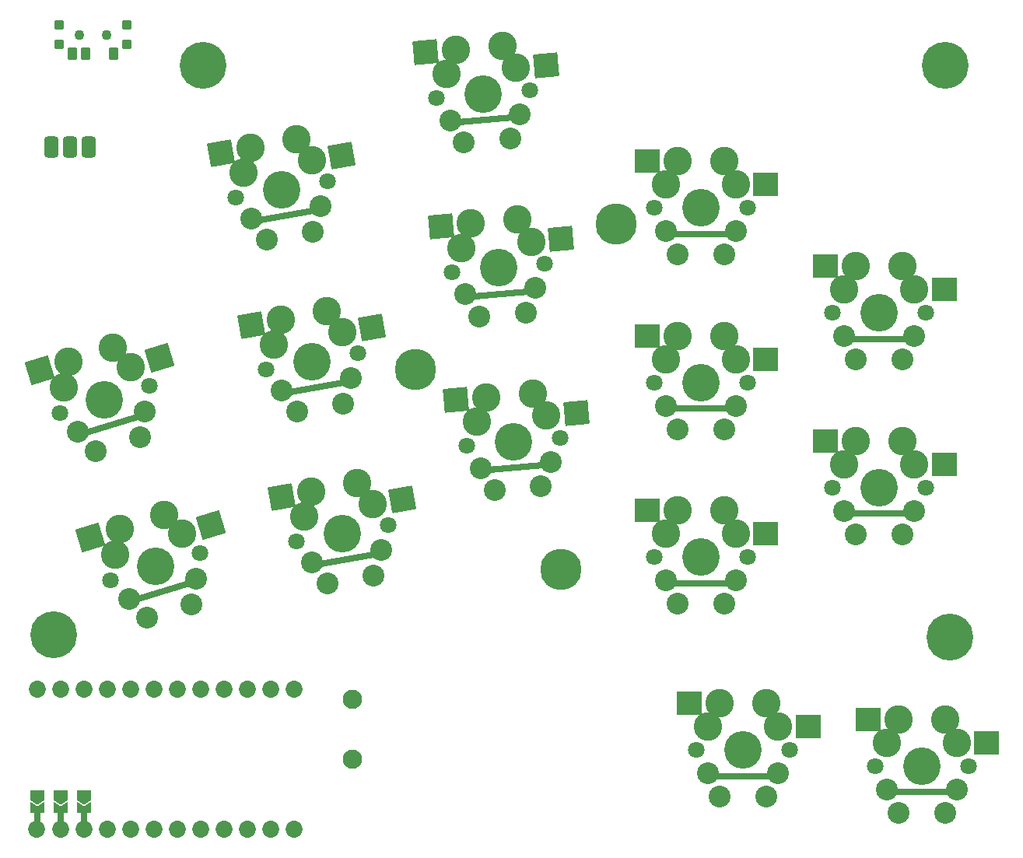
<source format=gbr>
%TF.GenerationSoftware,KiCad,Pcbnew,(6.0.4)*%
%TF.CreationDate,2022-09-04T01:45:43+02:00*%
%TF.ProjectId,wizza,77697a7a-612e-46b6-9963-61645f706362,v1.0.0*%
%TF.SameCoordinates,Original*%
%TF.FileFunction,Soldermask,Top*%
%TF.FilePolarity,Negative*%
%FSLAX46Y46*%
G04 Gerber Fmt 4.6, Leading zero omitted, Abs format (unit mm)*
G04 Created by KiCad (PCBNEW (6.0.4)) date 2022-09-04 01:45:43*
%MOMM*%
%LPD*%
G01*
G04 APERTURE LIST*
G04 Aperture macros list*
%AMRoundRect*
0 Rectangle with rounded corners*
0 $1 Rounding radius*
0 $2 $3 $4 $5 $6 $7 $8 $9 X,Y pos of 4 corners*
0 Add a 4 corners polygon primitive as box body*
4,1,4,$2,$3,$4,$5,$6,$7,$8,$9,$2,$3,0*
0 Add four circle primitives for the rounded corners*
1,1,$1+$1,$2,$3*
1,1,$1+$1,$4,$5*
1,1,$1+$1,$6,$7*
1,1,$1+$1,$8,$9*
0 Add four rect primitives between the rounded corners*
20,1,$1+$1,$2,$3,$4,$5,0*
20,1,$1+$1,$4,$5,$6,$7,0*
20,1,$1+$1,$6,$7,$8,$9,0*
20,1,$1+$1,$8,$9,$2,$3,0*%
%AMFreePoly0*
4,1,16,0.535355,0.785355,0.550000,0.750000,0.550000,-0.750000,0.535355,-0.785355,0.500000,-0.800000,-0.650000,-0.800000,-0.685355,-0.785355,-0.700000,-0.750000,-0.691603,-0.722265,-0.210093,0.000000,-0.691603,0.722265,-0.699029,0.759806,-0.677735,0.791603,-0.650000,0.800000,0.500000,0.800000,0.535355,0.785355,0.535355,0.785355,$1*%
%AMFreePoly1*
4,1,16,0.535355,0.785355,0.541603,0.777735,1.041603,0.027735,1.049029,-0.009806,1.041603,-0.027735,0.541603,-0.777735,0.509806,-0.799029,0.500000,-0.800000,-0.500000,-0.800000,-0.535355,-0.785355,-0.550000,-0.750000,-0.550000,0.750000,-0.535355,0.785355,-0.500000,0.800000,0.500000,0.800000,0.535355,0.785355,0.535355,0.785355,$1*%
G04 Aperture macros list end*
%ADD10C,3.100000*%
%ADD11C,4.087800*%
%ADD12C,1.801800*%
%ADD13RoundRect,0.050000X-1.275000X-1.250000X1.275000X-1.250000X1.275000X1.250000X-1.275000X1.250000X0*%
%ADD14C,2.386000*%
%ADD15RoundRect,0.197609X3.662391X0.147609X-3.662391X0.147609X-3.662391X-0.147609X3.662391X-0.147609X0*%
%ADD16RoundRect,0.050000X-1.161204X-1.356367X1.379093X-1.134120X1.161204X1.356367X-1.379093X1.134120X0*%
%ADD17RoundRect,0.197609X3.635590X0.466246X-3.661319X-0.172151X-3.635590X-0.466246X3.661319X0.172151X0*%
%ADD18RoundRect,0.050000X-1.038570X-1.452411X1.472690X-1.009608X1.038570X1.452411X-1.472690X1.009608X0*%
%ADD19RoundRect,0.197609X3.581119X0.781334X-3.632383X-0.490601X-3.581119X-0.781334X3.632383X0.490601X0*%
%ADD20RoundRect,0.050000X-0.853824X-1.568155X1.584753X-0.822607X0.853824X1.568155X-1.584753X0.822607X0*%
%ADD21RoundRect,0.197609X3.459205X1.211939X-3.545519X-0.929620X-3.459205X-1.211939X3.545519X0.929620X0*%
%ADD22RoundRect,0.050000X-0.250000X-0.762000X0.250000X-0.762000X0.250000X0.762000X-0.250000X0.762000X0*%
%ADD23C,1.852600*%
%ADD24FreePoly0,270.000000*%
%ADD25FreePoly1,270.000000*%
%ADD26C,4.500000*%
%ADD27C,5.100000*%
%ADD28C,1.100000*%
%ADD29RoundRect,0.425000X-0.375000X-0.750000X0.375000X-0.750000X0.375000X0.750000X-0.375000X0.750000X0*%
%ADD30C,2.100000*%
%ADD31RoundRect,0.050000X-0.450000X-0.450000X0.450000X-0.450000X0.450000X0.450000X-0.450000X0.450000X0*%
%ADD32RoundRect,0.050000X-0.450000X-0.625000X0.450000X-0.625000X0.450000X0.625000X-0.450000X0.625000X0*%
G04 APERTURE END LIST*
D10*
%TO.C,S13*%
X286705601Y-86846367D03*
D11*
X290515601Y-89386367D03*
D12*
X295595601Y-89386367D03*
X285435601Y-89386367D03*
D10*
X293055601Y-84306367D03*
X294325601Y-86846367D03*
X287975601Y-84306367D03*
D13*
X297600601Y-86846367D03*
D14*
X293055601Y-94466367D03*
X287975601Y-94466367D03*
X286705601Y-91926367D03*
X294325601Y-91926367D03*
D13*
X284673601Y-84306367D03*
D15*
X290515601Y-92221585D03*
%TD*%
D10*
%TO.C,S7*%
X245073947Y-82307446D03*
D11*
X249090824Y-84505717D03*
D12*
X254151493Y-84062966D03*
X244030155Y-84948468D03*
D10*
X251178407Y-79223672D03*
X252664950Y-81643319D03*
X246117738Y-79666424D03*
D16*
X255927488Y-81357884D03*
D14*
X252063910Y-89345010D03*
X247003241Y-89787762D03*
X245516698Y-87368115D03*
X253107701Y-86703988D03*
D16*
X242828303Y-79954212D03*
D17*
X249337930Y-87330146D03*
%TD*%
D10*
%TO.C,S8*%
X243417988Y-63379747D03*
D11*
X247434865Y-65578018D03*
D12*
X252495534Y-65135267D03*
X242374196Y-66020769D03*
D10*
X249522448Y-60295973D03*
X251008991Y-62715620D03*
X244461779Y-60738725D03*
D16*
X254271529Y-62430185D03*
D14*
X250407951Y-70417311D03*
X245347282Y-70860063D03*
X243860739Y-68440416D03*
X251451742Y-67776289D03*
D16*
X241172344Y-61026513D03*
D17*
X247681971Y-68402447D03*
%TD*%
D10*
%TO.C,S4*%
X224633237Y-92848685D03*
D11*
X228826421Y-94688497D03*
D12*
X233829244Y-93806364D03*
X223823598Y-95570630D03*
D10*
X230445700Y-89244607D03*
X232137472Y-91525486D03*
X225442877Y-90126740D03*
D18*
X235362718Y-90956788D03*
D14*
X232209965Y-99250254D03*
X227207142Y-100132387D03*
X225515370Y-97851508D03*
X233019605Y-96528309D03*
D18*
X222191041Y-90700126D03*
D19*
X229318751Y-97480642D03*
%TD*%
D10*
%TO.C,S1*%
X207380041Y-115673763D03*
D11*
X211766186Y-116988841D03*
D12*
X216624214Y-115503593D03*
X206908158Y-118474089D03*
D10*
X212709952Y-111388189D03*
X214667083Y-113445891D03*
X207851924Y-112873437D03*
D20*
X217798981Y-112488373D03*
D14*
X215680448Y-121104245D03*
X210822420Y-122589493D03*
X208865289Y-120531791D03*
X216152331Y-118303919D03*
D20*
X204694205Y-113838848D03*
D21*
X212595124Y-119700173D03*
%TD*%
D10*
%TO.C,S9*%
X267305601Y-113446367D03*
D11*
X271115601Y-115986367D03*
D12*
X276195601Y-115986367D03*
X266035601Y-115986367D03*
D10*
X273655601Y-110906367D03*
X274925601Y-113446367D03*
X268575601Y-110906367D03*
D13*
X278200601Y-113446367D03*
D14*
X273655601Y-121066367D03*
X268575601Y-121066367D03*
X267305601Y-118526367D03*
X274925601Y-118526367D03*
D13*
X265273601Y-110906367D03*
D15*
X271115601Y-118821585D03*
%TD*%
D10*
%TO.C,S12*%
X286705601Y-105846367D03*
D11*
X290515601Y-108386367D03*
D12*
X295595601Y-108386367D03*
X285435601Y-108386367D03*
D10*
X293055601Y-103306367D03*
X294325601Y-105846367D03*
X287975601Y-103306367D03*
D13*
X297600601Y-105846367D03*
D14*
X293055601Y-113466367D03*
X287975601Y-113466367D03*
X286705601Y-110926367D03*
X294325601Y-110926367D03*
D13*
X284673601Y-103306367D03*
D15*
X290515601Y-111221585D03*
%TD*%
D10*
%TO.C,S14*%
X271930601Y-134446367D03*
D11*
X275740601Y-136986367D03*
D12*
X280820601Y-136986367D03*
X270660601Y-136986367D03*
D10*
X278280601Y-131906367D03*
X279550601Y-134446367D03*
X273200601Y-131906367D03*
D13*
X282825601Y-134446367D03*
D14*
X278280601Y-142066367D03*
X273200601Y-142066367D03*
X271930601Y-139526367D03*
X279550601Y-139526367D03*
D13*
X269898601Y-131906367D03*
D15*
X275740601Y-139821585D03*
%TD*%
D10*
%TO.C,S3*%
X227932553Y-111560032D03*
D11*
X232125737Y-113399844D03*
D12*
X237128560Y-112517711D03*
X227122914Y-114281977D03*
D10*
X233745016Y-107955954D03*
X235436788Y-110236833D03*
X228742193Y-108838087D03*
D18*
X238662034Y-109668135D03*
D14*
X235509281Y-117961601D03*
X230506458Y-118843734D03*
X228814686Y-116562855D03*
X236318921Y-115239656D03*
D18*
X225490357Y-109411473D03*
D19*
X232618067Y-116191989D03*
%TD*%
D10*
%TO.C,S6*%
X246729907Y-101235145D03*
D11*
X250746784Y-103433416D03*
D12*
X255807453Y-102990665D03*
X245686115Y-103876167D03*
D10*
X252834367Y-98151371D03*
X254320910Y-100571018D03*
X247773698Y-98594123D03*
D16*
X257583448Y-100285583D03*
D14*
X253719870Y-108272709D03*
X248659201Y-108715461D03*
X247172658Y-106295814D03*
X254763661Y-105631687D03*
D16*
X244484263Y-98881911D03*
D17*
X250993890Y-106257845D03*
%TD*%
D10*
%TO.C,S15*%
X291330601Y-136156367D03*
D11*
X295140601Y-138696367D03*
D12*
X300220601Y-138696367D03*
X290060601Y-138696367D03*
D10*
X297680601Y-133616367D03*
X298950601Y-136156367D03*
X292600601Y-133616367D03*
D13*
X302225601Y-136156367D03*
D14*
X297680601Y-143776367D03*
X292600601Y-143776367D03*
X291330601Y-141236367D03*
X298950601Y-141236367D03*
D13*
X289298601Y-133616367D03*
D15*
X295140601Y-141531585D03*
%TD*%
D10*
%TO.C,S11*%
X267305601Y-75446367D03*
D11*
X271115601Y-77986367D03*
D12*
X276195601Y-77986367D03*
X266035601Y-77986367D03*
D10*
X273655601Y-72906367D03*
X274925601Y-75446367D03*
X268575601Y-72906367D03*
D13*
X278200601Y-75446367D03*
D14*
X273655601Y-83066367D03*
X268575601Y-83066367D03*
X267305601Y-80526367D03*
X274925601Y-80526367D03*
D13*
X265273601Y-72906367D03*
D15*
X271115601Y-80821585D03*
%TD*%
D10*
%TO.C,S2*%
X201824978Y-97503972D03*
D11*
X206211123Y-98819050D03*
D12*
X211069151Y-97333802D03*
X201353095Y-100304298D03*
D10*
X207154889Y-93218398D03*
X209112020Y-95276100D03*
X202296861Y-94703646D03*
D20*
X212243918Y-94318582D03*
D14*
X210125385Y-102934454D03*
X205267357Y-104419702D03*
X203310226Y-102362000D03*
X210597268Y-100134128D03*
D20*
X199139142Y-95669057D03*
D21*
X207040061Y-101530382D03*
%TD*%
D10*
%TO.C,S5*%
X221333922Y-74137338D03*
D11*
X225527106Y-75977150D03*
D12*
X230529929Y-75095017D03*
X220524283Y-76859283D03*
D10*
X227146385Y-70533260D03*
X228838157Y-72814139D03*
X222143562Y-71415393D03*
D18*
X232063403Y-72245441D03*
D14*
X228910650Y-80538907D03*
X223907827Y-81421040D03*
X222216055Y-79140161D03*
X229720290Y-77816962D03*
D18*
X218891726Y-71988779D03*
D19*
X226019436Y-78769295D03*
%TD*%
D10*
%TO.C,S10*%
X267305601Y-94446367D03*
D11*
X271115601Y-96986367D03*
D12*
X276195601Y-96986367D03*
X266035601Y-96986367D03*
D10*
X273655601Y-91906367D03*
X274925601Y-94446367D03*
X268575601Y-91906367D03*
D13*
X278200601Y-94446367D03*
D14*
X273655601Y-102066367D03*
X268575601Y-102066367D03*
X267305601Y-99526367D03*
X274925601Y-99526367D03*
D13*
X265273601Y-91906367D03*
D15*
X271115601Y-99821585D03*
%TD*%
D22*
%TO.C,MCU1*%
X203962000Y-144242523D03*
D23*
X198798254Y-145574000D03*
D22*
X198882000Y-144242523D03*
D23*
X198882000Y-130334000D03*
X201422000Y-145574000D03*
D24*
X203962000Y-143317523D03*
D23*
X203962000Y-130334000D03*
D22*
X201422000Y-144242523D03*
D23*
X201422000Y-130334000D03*
D24*
X201422000Y-143317523D03*
X198882000Y-143317523D03*
D23*
X203962000Y-145574000D03*
D25*
X198882000Y-141867523D03*
X201422000Y-141867523D03*
X203962000Y-141867523D03*
D23*
X206502000Y-145574000D03*
X209042000Y-145574000D03*
X211582000Y-145574000D03*
X214122000Y-145574000D03*
X216662000Y-145574000D03*
X219202000Y-145574000D03*
X221742000Y-145574000D03*
X224282000Y-145574000D03*
X226822000Y-145574000D03*
X206502000Y-130334000D03*
X209042000Y-130334000D03*
X211582000Y-130334000D03*
X214122000Y-130334000D03*
X216662000Y-130334000D03*
X219202000Y-130334000D03*
X221742000Y-130334000D03*
X224282000Y-130334000D03*
X226822000Y-130334000D03*
%TD*%
D26*
%TO.C,*%
X255913847Y-117348000D03*
X261874000Y-79717074D03*
X240078461Y-95552461D03*
%TD*%
D27*
%TO.C,*%
X200660000Y-124460000D03*
%TD*%
D28*
%TO.C,T2*%
X203450615Y-59106416D03*
X206450615Y-59106416D03*
%TD*%
D27*
%TO.C,*%
X297688000Y-62484000D03*
%TD*%
%TO.C,*%
X216916000Y-62484000D03*
%TD*%
%TO.C,*%
X298196000Y-124714000D03*
%TD*%
D29*
%TO.C,PAD1*%
X204470000Y-71374000D03*
X202470000Y-71374000D03*
X200470000Y-71374000D03*
%TD*%
D30*
%TO.C,B1*%
X233172000Y-137954000D03*
X233172000Y-131454000D03*
%TD*%
D31*
%TO.C,T1*%
X208650615Y-60206416D03*
X201250615Y-58006416D03*
X208650615Y-58006416D03*
X201250615Y-60206416D03*
D32*
X207200615Y-61181416D03*
X204200615Y-61181416D03*
X202700615Y-61181416D03*
%TD*%
M02*

</source>
